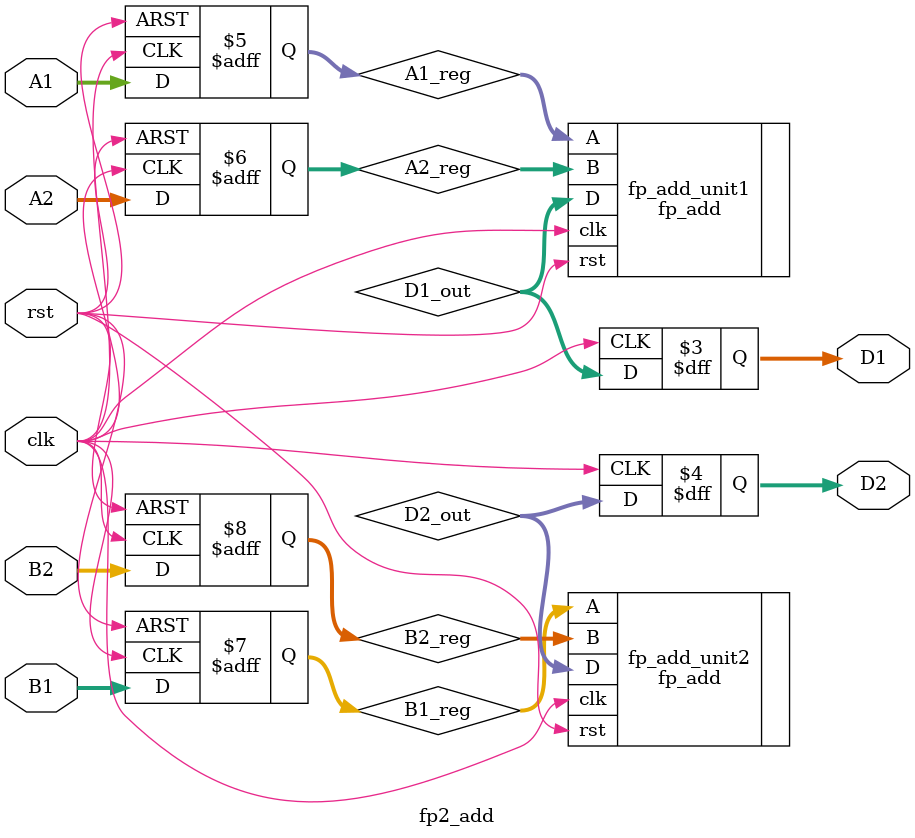
<source format=v>

`timescale 1ns / 1ps


module fp2_add  (input clk,rst,
                 input [254:0] A1,
                 input [254:0] B1,
                 input [254:0] A2,
                 input [254:0] B2,
                 output reg [254:0] D1, 
                 output reg [254:0] D2);


parameter LATENCY_FP2_ADD = 6;

reg [254:0] A1_reg, A2_reg, B1_reg, B2_reg;

wire [254:0] D1_out, D2_out;



always @(posedge clk or posedge rst) begin
    if (rst) begin
        A1_reg <= 0; 
        A2_reg <= 0; 
        B1_reg <= 0; 
        B2_reg <= 0; 
    end else begin
        A1_reg <= A1;
        A2_reg <= A2;
        B1_reg <= B1;
        B2_reg <= B2;
    end
end



fp_add fp_add_unit1 (
        .clk(clk),
        .rst(rst),
        .A(A1_reg),
        .B(A2_reg),
        .D(D1_out)
    );

fp_add fp_add_unit2 (
        .clk(clk),
        .rst(rst),
        .A(B1_reg),
        .B(B2_reg),
        .D(D2_out)
    );



always @(posedge clk) begin
    D1 <= D1_out;
    D2 <= D2_out;
end
          
endmodule



</source>
